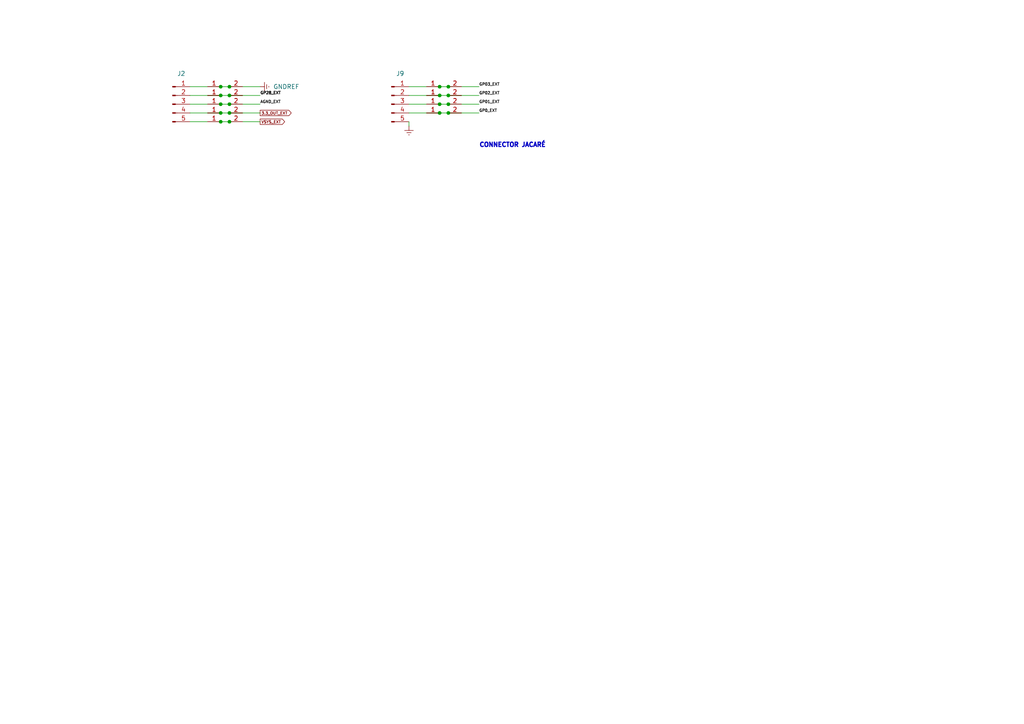
<source format=kicad_sch>
(kicad_sch (version 20230121) (generator eeschema)
  (paper "A4")
  (title_block (title "BitDogLab Panel SMD version") (date "2024-03-13") (rev "v5.3") (company "Universidade Estadual de Campinas (Unicamp)*/Hardware Innovation Technologies (HwIT)**") (comment 1 "Juliano Rodrigues Fernandes de Oliveira**") (comment 2 "Bruno Cesar de Camargo Angeli**") (comment 3 "Pedro Ivo Aragão Guimarães*") (comment 4 "Fabiano Fruett*"))
  (lib_symbols
    (symbol "Connector:Conn_01x05_Pin" (pin_names (offset 1.016) hide)
      (property "Reference" "J" (at 0 7.62 0))
      (property "Value" "Conn_01x05_Pin" (at 0 -7.62 0))
      (symbol "Conn_01x05_Pin_1_1"
        (polyline (pts (xy 1.27 -5.08) (xy 0.8636 -5.08)) (stroke (width 0.1524)))
        (polyline (pts (xy 1.27 -2.54) (xy 0.8636 -2.54)) (stroke (width 0.1524)))
        (polyline (pts (xy 1.27 0) (xy 0.8636 0)) (stroke (width 0.1524)))
        (polyline (pts (xy 1.27 2.54) (xy 0.8636 2.54)) (stroke (width 0.1524)))
        (polyline (pts (xy 1.27 5.08) (xy 0.8636 5.08)) (stroke (width 0.1524)))
        (rectangle (start 0.8636 -4.953) (end 0 -5.207) (stroke (width 0.1524)) (fill (type outline)))
        (rectangle (start 0.8636 -2.413) (end 0 -2.667) (stroke (width 0.1524)) (fill (type outline)))
        (rectangle (start 0.8636 0.127) (end 0 -0.127) (stroke (width 0.1524)) (fill (type outline)))
        (rectangle (start 0.8636 2.667) (end 0 2.413) (stroke (width 0.1524)) (fill (type outline)))
        (rectangle (start 0.8636 5.207) (end 0 4.953) (stroke (width 0.1524)) (fill (type outline)))
        (pin passive line (at 5.08 5.08 180) (length 3.81) (name "Pin_1") (number "1"))
        (pin passive line (at 5.08 2.54 180) (length 3.81) (name "Pin_2") (number "2"))
        (pin passive line (at 5.08 0 180) (length 3.81) (name "Pin_3") (number "3"))
        (pin passive line (at 5.08 -2.54 180) (length 3.81) (name "Pin_4") (number "4"))
        (pin passive line (at 5.08 -5.08 180) (length 3.81) (name "Pin_5") (number "5"))
      )
    )
    (symbol "Connector_custom:Conn_01x02" (pin_names (offset 1.016) hide)
      (property "Reference" "J" (at -1.27 -3.81 0))
      (property "Value" "Conn_01x02" (at 6.35 -3.81 0))
      (symbol "Conn_01x02_1_1"
        (pin passive line (at -1.27 -6.35 180) (length 3.81) (name "Pin_1") (number "1"))
        (pin passive line (at 1.27 -6.35 0) (length 3.81) (name "Pin_2") (number "2"))
      )
    )
    (symbol "power:GNDREF" (power) (pin_names (offset 0))
      (property "Value" "GNDREF" (at 0 -3.81 0))
      (symbol "GNDREF_0_1"
        (polyline (pts (xy -0.635 -1.905) (xy 0.635 -1.905)))
        (polyline (pts (xy -0.127 -2.54) (xy 0.127 -2.54)))
        (polyline (pts (xy 0 -1.27) (xy 0 0)))
        (polyline (pts (xy 1.27 -1.27) (xy -1.27 -1.27)))
      )
      (symbol "GNDREF_1_1"
        (pin power_in line (at 0 0 270) (length 0) hide (name "GNDREF") (number "1"))
      )
    )
  )
  (junction (at 66.548 35.306))
  (junction (at 66.548 32.766))
  (junction (at 127.508 30.226))
  (junction (at 64.008 32.766))
  (junction (at 130.048 27.686))
  (junction (at 66.548 27.686))
  (junction (at 66.548 25.146))
  (junction (at 64.008 35.306))
  (junction (at 130.048 30.226))
  (junction (at 127.508 32.766))
  (junction (at 66.548 30.226))
  (junction (at 130.048 32.766))
  (junction (at 127.508 25.146))
  (junction (at 64.008 30.226))
  (junction (at 130.048 25.146))
  (junction (at 64.008 25.146))
  (junction (at 64.008 27.686))
  (junction (at 127.508 27.686))
  (wire (pts (xy 55.118 35.306) (xy 64.008 35.306)))
  (wire (pts (xy 127.508 25.146) (xy 130.048 25.146)))
  (wire (pts (xy 118.618 35.306) (xy 118.618 36.576)))
  (wire (pts (xy 64.008 30.226) (xy 66.548 30.226)))
  (wire (pts (xy 127.508 30.226) (xy 130.048 30.226)))
  (wire (pts (xy 55.118 27.686) (xy 64.008 27.686)))
  (wire (pts (xy 118.618 27.686) (xy 127.508 27.686)))
  (wire (pts (xy 118.618 30.226) (xy 127.508 30.226)))
  (wire (pts (xy 55.118 32.766) (xy 64.008 32.766)))
  (wire (pts (xy 66.548 27.686) (xy 75.438 27.686)))
  (wire (pts (xy 118.618 32.766) (xy 127.508 32.766)))
  (wire (pts (xy 66.548 25.146) (xy 75.438 25.146)))
  (wire (pts (xy 130.048 27.686) (xy 138.938 27.686)))
  (wire (pts (xy 118.618 25.146) (xy 127.508 25.146)))
  (wire (pts (xy 55.118 30.226) (xy 64.008 30.226)))
  (wire (pts (xy 66.548 30.226) (xy 75.438 30.226)))
  (wire (pts (xy 64.008 32.766) (xy 66.548 32.766)))
  (wire (pts (xy 64.008 25.146) (xy 66.548 25.146)))
  (wire (pts (xy 66.548 35.306) (xy 75.438 35.306)))
  (wire (pts (xy 66.548 32.766) (xy 75.438 32.766)))
  (wire (pts (xy 127.508 32.766) (xy 130.048 32.766)))
  (wire (pts (xy 130.048 30.226) (xy 138.938 30.226)))
  (wire (pts (xy 127.508 27.686) (xy 130.048 27.686)))
  (wire (pts (xy 130.048 32.766) (xy 138.938 32.766)))
  (wire (pts (xy 64.008 27.686) (xy 66.548 27.686)))
  (wire (pts (xy 55.118 25.146) (xy 64.008 25.146)))
  (wire (pts (xy 64.008 35.306) (xy 66.548 35.306)))
  (wire (pts (xy 130.048 25.146) (xy 138.938 25.146)))
  (text "CONNECTOR JACARÉ" (at 138.938 42.926 0) (effects (font (size 1.27 1.27) (thickness 0.508) bold) (justify left bottom)))
  (label "AGND_EXT" (at 75.438 30.226 0) (effects (font (size 0.8 0.8) bold)))
  (label "GP0_EXT" (at 138.938 32.766 0) (effects (font (size 0.8 0.8) bold)))
  (label "GP02_EXT" (at 138.938 27.686 0) (effects (font (size 0.8 0.8) bold)))
  (label "GP03_EXT" (at 138.938 25.146 0) (effects (font (size 0.8 0.8) bold)))
  (label "GP01_EXT" (at 138.938 30.226 0) (effects (font (size 0.8 0.8) bold)))
  (label "GP28_EXT" (at 75.438 27.686 0) (effects (font (size 0.8 0.8) (thickness 0.254) bold)))
  (global_label "VSYS_EXT" (shape output) (at 75.438 35.306 0) (effects (font (size 0.8 0.8))) (property "Intersheetrefs" "${INTERSHEET_REFS}" (effects hide)))
  (global_label "3.3_OUT_EXT" (shape output) (at 75.438 32.766 0) (effects (font (size 0.8 0.8))) (property "Intersheetrefs" "${INTERSHEET_REFS}" (effects hide)))
  (symbol (lib_id "power:GNDREF") (at 118.618 36.576 0) (unit 1)
    (property "Reference" "#PWR04" (effects hide))
    (property "Value" "GNDREF" (effects hide))
  )
  (symbol (lib_id "Connector_custom:Conn_01x02") (at 65.278 23.876 0) (unit 1)
    (property "Reference" "J5" (effects hide))
    (property "Value" "GND" (effects hide))
    (property "Footprint" "Connector_Wire:SolderWire-2sqmm_1x02_P7.8mm_D2mm_OD3.9mm" (effects hide))
  )
  (symbol (lib_id "Connector_custom:Conn_01x02") (at 128.778 23.876 0) (unit 1)
    (property "Reference" "J12" (effects hide))
    (property "Value" "2" (effects hide))
    (property "Footprint" "Connector_Wire:SolderWire-2sqmm_1x02_P7.8mm_D2mm_OD3.9mm" (effects hide))
  )
  (symbol (lib_id "Connector_custom:Conn_01x02") (at 128.778 18.796 0) (unit 1)
    (property "Reference" "J10" (effects hide))
    (property "Value" "0" (effects hide))
    (property "Footprint" "Connector_Wire:SolderWire-2sqmm_1x02_P7.8mm_D2mm_OD3.9mm" (effects hide))
  )
  (symbol (lib_id "Connector_custom:Conn_01x02") (at 65.278 28.956 0) (unit 1)
    (property "Reference" "J7" (effects hide))
    (property "Value" "5V-VSYS" (effects hide))
    (property "Footprint" "Connector_Wire:SolderWire-2sqmm_1x02_P7.8mm_D2mm_OD3.9mm" (effects hide))
  )
  (symbol (lib_id "Connector_custom:Conn_01x02") (at 65.278 26.416 0) (unit 1)
    (property "Reference" "J6" (effects hide))
    (property "Value" "3V3" (effects hide))
    (property "Footprint" "Connector_Wire:SolderWire-2sqmm_1x02_P7.8mm_D2mm_OD3.9mm" (effects hide))
  )
  (symbol (lib_id "Connector_custom:Conn_01x02") (at 65.278 18.796 0) (unit 1)
    (property "Reference" "J3" (effects hide))
    (property "Value" "GND" (effects hide))
    (property "Footprint" "Connector_Wire:SolderWire-2sqmm_1x02_P7.8mm_D2mm_OD3.9mm" (effects hide))
  )
  (symbol (lib_id "Connector_custom:Conn_01x02") (at 65.278 21.336 0) (unit 1)
    (property "Reference" "J4" (effects hide))
    (property "Value" "ANA-IN" (effects hide))
    (property "Footprint" "Connector_Wire:SolderWire-2sqmm_1x02_P7.8mm_D2mm_OD3.9mm" (effects hide))
  )
  (symbol (lib_id "Connector_custom:Conn_01x02") (at 128.778 21.336 0) (unit 1)
    (property "Reference" "J11" (effects hide))
    (property "Value" "1" (effects hide))
    (property "Footprint" "Connector_Wire:SolderWire-2sqmm_1x02_P7.8mm_D2mm_OD3.9mm" (effects hide))
  )
  (symbol (lib_id "Connector:Conn_01x05_Pin") (at 50.038 30.226 0) (unit 1)
    (property "Reference" "J2" (at 52.578 21.336 0))
    (property "Value" "Conn_01x05_Pin" (effects hide))
    (property "Footprint" "Connector_PinHeader_2.54mm:PinHeader_1x05_P2.54mm_Vertical" (effects hide))
  )
  (symbol (lib_id "Connector_custom:Conn_01x02") (at 128.778 26.416 0) (unit 1)
    (property "Reference" "J13" (effects hide))
    (property "Value" "3" (effects hide))
    (property "Footprint" "Connector_Wire:SolderWire-2sqmm_1x02_P7.8mm_D2mm_OD3.9mm" (effects hide))
  )
  (symbol (lib_id "power:GNDREF") (at 75.438 25.146 90) (unit 1)
    (property "Reference" "#PWR02" (effects hide))
    (property "Value" "GNDREF" (at 79.248 25.146 90) (effects (justify right)))
  )
  (symbol (lib_id "Connector:Conn_01x05_Pin") (at 113.538 30.226 0) (unit 1)
    (property "Reference" "J9" (at 116.078 21.336 0))
    (property "Value" "Conn_01x05_Pin" (effects hide))
    (property "Footprint" "Connector_PinHeader_2.54mm:PinHeader_1x05_P2.54mm_Vertical" (effects hide))
  )
)
</source>
